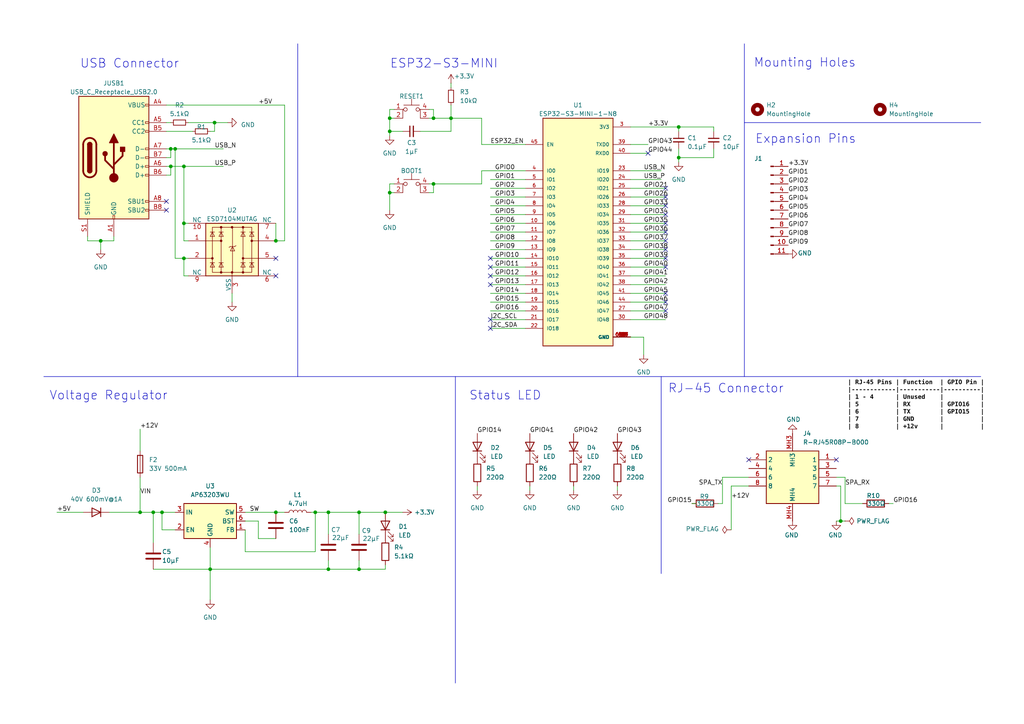
<source format=kicad_sch>
(kicad_sch (version 20250114) (generator "eeschema") (generator_version "9.0")
  (paper "A4")
  (lib_symbols
    (symbol "Connector:Conn_01x11_Pin" (pin_names (offset 1.016) (hide yes))
      (property "Reference" "J" (at 0 15.24 0))
      (property "Value" "Conn_01x11_Pin" (at 0 -15.24 0))
      (symbol "Conn_01x11_Pin_1_1"
        (pin passive line (at 5.08 12.7 180) (length 3.81) (name "Pin_1") (number "1"))
        (pin passive line (at 5.08 10.16 180) (length 3.81) (name "Pin_2") (number "2"))
        (pin passive line (at 5.08 7.62 180) (length 3.81) (name "Pin_3") (number "3"))
        (pin passive line (at 5.08 5.08 180) (length 3.81) (name "Pin_4") (number "4"))
        (pin passive line (at 5.08 2.54 180) (length 3.81) (name "Pin_5") (number "5"))
        (pin passive line (at 5.08 0 180) (length 3.81) (name "Pin_6") (number "6"))
        (pin passive line (at 5.08 -2.54 180) (length 3.81) (name "Pin_7") (number "7"))
        (pin passive line (at 5.08 -5.08 180) (length 3.81) (name "Pin_8") (number "8"))
        (pin passive line (at 5.08 -7.62 180) (length 3.81) (name "Pin_9") (number "9"))
        (pin passive line (at 5.08 -10.16 180) (length 3.81) (name "Pin_10") (number "10"))
        (pin passive line (at 5.08 -12.7 180) (length 3.81) (name "Pin_11") (number "11"))
      )
    )
    (symbol "Connector:USB_C_Receptacle_USB2.0" (pin_names (offset 1.016))
      (property "Reference" "J" (at -10.16 19.05 0))
      (property "Value" "USB_C_Receptacle_USB2.0" (at 19.05 19.05 0))
      (symbol "USB_C_Receptacle_USB2.0_1_1"
        (pin passive line (at -7.62 -22.86 90) (length 5.08) (name "SHIELD") (number "S1"))
        (pin passive line (at 0 -22.86 90) (length 5.08) (name "GND") (number "A1"))
        (pin passive line (at 0 -22.86 90) (length 5.08) (hide yes) (name "GND") (number "A12"))
        (pin passive line (at 0 -22.86 90) (length 5.08) (hide yes) (name "GND") (number "B1"))
        (pin passive line (at 0 -22.86 90) (length 5.08) (hide yes) (name "GND") (number "B12"))
        (pin passive line (at 15.24 15.24 180) (length 5.08) (name "VBUS") (number "A4"))
        (pin passive line (at 15.24 15.24 180) (length 5.08) (hide yes) (name "VBUS") (number "A9"))
        (pin passive line (at 15.24 15.24 180) (length 5.08) (hide yes) (name "VBUS") (number "B4"))
        (pin passive line (at 15.24 15.24 180) (length 5.08) (hide yes) (name "VBUS") (number "B9"))
        (pin bidirectional line (at 15.24 10.16 180) (length 5.08) (name "CC1") (number "A5"))
        (pin bidirectional line (at 15.24 7.62 180) (length 5.08) (name "CC2") (number "B5"))
        (pin bidirectional line (at 15.24 2.54 180) (length 5.08) (name "D-") (number "A7"))
        (pin bidirectional line (at 15.24 0 180) (length 5.08) (name "D-") (number "B7"))
        (pin bidirectional line (at 15.24 -2.54 180) (length 5.08) (name "D+") (number "A6"))
        (pin bidirectional line (at 15.24 -5.08 180) (length 5.08) (name "D+") (number "B6"))
        (pin bidirectional line (at 15.24 -12.7 180) (length 5.08) (name "SBU1") (number "A8"))
        (pin bidirectional line (at 15.24 -15.24 180) (length 5.08) (name "SBU2") (number "B8"))
      )
    )
    (symbol "Device:C" (pin_numbers (hide yes)) (pin_names (offset 0.254))
      (property "Reference" "C" (at 0.635 2.54 0))
      (property "Value" "C" (at 0.635 -2.54 0))
      (symbol "C_1_1"
        (pin passive line (at 0 3.81 270) (length 2.794) (name "~") (number "1"))
        (pin passive line (at 0 -3.81 90) (length 2.794) (name "~") (number "2"))
      )
    )
    (symbol "Device:C_Small" (pin_numbers (hide yes)) (pin_names (offset 0.254) (hide yes))
      (property "Reference" "C" (at 0.254 1.778 0))
      (property "Value" "C_Small" (at 0.254 -2.032 0))
      (symbol "C_Small_1_1"
        (pin passive line (at 0 2.54 270) (length 2.032) (name "~") (number "1"))
        (pin passive line (at 0 -2.54 90) (length 2.032) (name "~") (number "2"))
      )
    )
    (symbol "Device:D" (pin_numbers (hide yes)) (pin_names (offset 1.016) (hide yes))
      (property "Reference" "D" (at 0 2.54 0))
      (property "Value" "D" (at 0 -2.54 0))
      (symbol "D_1_1"
        (pin passive line (at -3.81 0 0) (length 2.54) (name "K") (number "1"))
        (pin passive line (at 3.81 0 180) (length 2.54) (name "A") (number "2"))
      )
    )
    (symbol "Device:Fuse" (pin_numbers (hide yes)) (pin_names (offset 0))
      (property "Reference" "F" (at 2.032 0 90))
      (property "Value" "Fuse" (at -1.905 0 90))
      (symbol "Fuse_1_1"
        (pin passive line (at 0 3.81 270) (length 1.27) (name "~") (number "1"))
        (pin passive line (at 0 -3.81 90) (length 1.27) (name "~") (number "2"))
      )
    )
    (symbol "Device:L" (pin_numbers (hide yes)) (pin_names (offset 1.016) (hide yes))
      (property "Reference" "L" (at -1.27 0 90))
      (property "Value" "L" (at 1.905 0 90))
      (symbol "L_1_1"
        (pin passive line (at 0 3.81 270) (length 1.27) (name "1") (number "1"))
        (pin passive line (at 0 -3.81 90) (length 1.27) (name "2") (number "2"))
      )
    )
    (symbol "Device:LED" (pin_numbers (hide yes)) (pin_names (offset 1.016) (hide yes))
      (property "Reference" "D" (at 0 2.54 0))
      (property "Value" "LED" (at 0 -2.54 0))
      (symbol "LED_1_1"
        (pin passive line (at -3.81 0 0) (length 2.54) (name "K") (number "1"))
        (pin passive line (at 3.81 0 180) (length 2.54) (name "A") (number "2"))
      )
    )
    (symbol "Device:R" (pin_numbers (hide yes)) (pin_names (offset 0))
      (property "Reference" "R" (at 2.032 0 90))
      (property "Value" "R" (at 0 0 90))
      (symbol "R_1_1"
        (pin passive line (at 0 3.81 270) (length 1.27) (name "~") (number "1"))
        (pin passive line (at 0 -3.81 90) (length 1.27) (name "~") (number "2"))
      )
    )
    (symbol "Device:R_Small" (pin_numbers (hide yes)) (pin_names (offset 0.254) (hide yes))
      (property "Reference" "R" (at 0.762 0.508 0))
      (property "Value" "R_Small" (at 0.762 -1.016 0))
      (symbol "R_Small_1_1"
        (pin passive line (at 0 2.54 270) (length 0.762) (name "~") (number "1"))
        (pin passive line (at 0 -2.54 90) (length 0.762) (name "~") (number "2"))
      )
    )
    (symbol "ESP32-S3-MINI-1-N8:ESP32-S3-MINI-1-N8" (pin_names (offset 1.016))
      (property "Reference" "U" (at -10.16 34.29 0))
      (property "Value" "ESP32-S3-MINI-1-N8" (at -10.16 -35.56 0))
      (symbol "ESP32-S3-MINI-1-N8_0_0"
        (pin input line (at -15.24 25.4 0) (length 5.08) (name "EN") (number "45"))
        (pin bidirectional line (at -15.24 17.78 0) (length 5.08) (name "IO0") (number "4"))
        (pin bidirectional line (at -15.24 15.24 0) (length 5.08) (name "IO1") (number "5"))
        (pin bidirectional line (at -15.24 12.7 0) (length 5.08) (name "IO2") (number "6"))
        (pin bidirectional line (at -15.24 10.16 0) (length 5.08) (name "IO3") (number "7"))
        (pin bidirectional line (at -15.24 7.62 0) (length 5.08) (name "IO4") (number "8"))
        (pin bidirectional line (at -15.24 5.08 0) (length 5.08) (name "IO5") (number "9"))
        (pin bidirectional line (at -15.24 2.54 0) (length 5.08) (name "IO6") (number "10"))
        (pin bidirectional line (at -15.24 0 0) (length 5.08) (name "IO7") (number "11"))
        (pin bidirectional line (at -15.24 -2.54 0) (length 5.08) (name "IO8") (number "12"))
        (pin bidirectional line (at -15.24 -5.08 0) (length 5.08) (name "IO9") (number "13"))
        (pin bidirectional line (at -15.24 -7.62 0) (length 5.08) (name "IO10") (number "14"))
        (pin bidirectional line (at -15.24 -10.16 0) (length 5.08) (name "IO11") (number "15"))
        (pin bidirectional line (at -15.24 -12.7 0) (length 5.08) (name "IO12") (number "16"))
        (pin bidirectional line (at -15.24 -15.24 0) (length 5.08) (name "IO13") (number "17"))
        (pin bidirectional line (at -15.24 -17.78 0) (length 5.08) (name "IO14") (number "18"))
        (pin bidirectional line (at -15.24 -20.32 0) (length 5.08) (name "IO15") (number "19"))
        (pin bidirectional line (at -15.24 -22.86 0) (length 5.08) (name "IO16") (number "20"))
        (pin bidirectional line (at -15.24 -25.4 0) (length 5.08) (name "IO17") (number "21"))
        (pin bidirectional line (at -15.24 -27.94 0) (length 5.08) (name "IO18") (number "22"))
        (pin power_in line (at 15.24 30.48 180) (length 5.08) (name "3V3") (number "3"))
        (pin bidirectional line (at 15.24 25.4 180) (length 5.08) (name "TXD0") (number "39"))
        (pin bidirectional line (at 15.24 22.86 180) (length 5.08) (name "RXD0") (number "40"))
        (pin bidirectional line (at 15.24 17.78 180) (length 5.08) (name "IO19") (number "23"))
        (pin bidirectional line (at 15.24 15.24 180) (length 5.08) (name "IO20") (number "24"))
        (pin bidirectional line (at 15.24 12.7 180) (length 5.08) (name "IO21") (number "25"))
        (pin bidirectional line (at 15.24 10.16 180) (length 5.08) (name "IO26") (number "26"))
        (pin bidirectional line (at 15.24 7.62 180) (length 5.08) (name "IO33") (number "28"))
        (pin bidirectional line (at 15.24 5.08 180) (length 5.08) (name "IO34") (number "29"))
        (pin bidirectional line (at 15.24 2.54 180) (length 5.08) (name "IO35") (number "31"))
        (pin bidirectional line (at 15.24 0 180) (length 5.08) (name "IO36") (number "32"))
        (pin bidirectional line (at 15.24 -2.54 180) (length 5.08) (name "IO37") (number "33"))
        (pin bidirectional line (at 15.24 -5.08 180) (length 5.08) (name "IO38") (number "34"))
        (pin bidirectional line (at 15.24 -7.62 180) (length 5.08) (name "IO39") (number "35"))
        (pin bidirectional line (at 15.24 -10.16 180) (length 5.08) (name "IO40") (number "36"))
        (pin bidirectional line (at 15.24 -12.7 180) (length 5.08) (name "IO41") (number "37"))
        (pin bidirectional line (at 15.24 -15.24 180) (length 5.08) (name "IO42") (number "38"))
        (pin bidirectional line (at 15.24 -17.78 180) (length 5.08) (name "IO45") (number "41"))
        (pin bidirectional line (at 15.24 -20.32 180) (length 5.08) (name "IO46") (number "44"))
        (pin bidirectional line (at 15.24 -22.86 180) (length 5.08) (name "IO47") (number "27"))
        (pin bidirectional line (at 15.24 -25.4 180) (length 5.08) (name "IO48") (number "30"))
        (pin power_in line (at 15.24 -30.48 180) (length 5.08) (name "GND") (number "1"))
        (pin power_in line (at 15.24 -30.48 180) (length 5.08) (name "GND") (number "2"))
        (pin power_in line (at 15.24 -30.48 180) (length 5.08) (name "GND") (number "42"))
        (pin power_in line (at 15.24 -30.48 180) (length 5.08) (name "GND") (number "43"))
        (pin power_in line (at 15.24 -30.48 180) (length 5.08) (name "GND") (number "46"))
        (pin power_in line (at 15.24 -30.48 180) (length 5.08) (name "GND") (number "47"))
        (pin power_in line (at 15.24 -30.48 180) (length 5.08) (name "GND") (number "48"))
        (pin power_in line (at 15.24 -30.48 180) (length 5.08) (name "GND") (number "49"))
        (pin power_in line (at 15.24 -30.48 180) (length 5.08) (name "GND") (number "50"))
        (pin power_in line (at 15.24 -30.48 180) (length 5.08) (name "GND") (number "51"))
        (pin power_in line (at 15.24 -30.48 180) (length 5.08) (name "GND") (number "52"))
        (pin power_in line (at 15.24 -30.48 180) (length 5.08) (name "GND") (number "53"))
        (pin power_in line (at 15.24 -30.48 180) (length 5.08) (name "GND") (number "54"))
        (pin power_in line (at 15.24 -30.48 180) (length 5.08) (name "GND") (number "55"))
        (pin power_in line (at 15.24 -30.48 180) (length 5.08) (name "GND") (number "56"))
        (pin power_in line (at 15.24 -30.48 180) (length 5.08) (name "GND") (number "57"))
        (pin power_in line (at 15.24 -30.48 180) (length 5.08) (name "GND") (number "58"))
        (pin power_in line (at 15.24 -30.48 180) (length 5.08) (name "GND") (number "59"))
        (pin power_in line (at 15.24 -30.48 180) (length 5.08) (name "GND") (number "60"))
        (pin power_in line (at 15.24 -30.48 180) (length 5.08) (name "GND") (number "61"))
        (pin power_in line (at 15.24 -30.48 180) (length 5.08) (name "GND") (number "61_1"))
        (pin power_in line (at 15.24 -30.48 180) (length 5.08) (name "GND") (number "61_2"))
        (pin power_in line (at 15.24 -30.48 180) (length 5.08) (name "GND") (number "61_3"))
        (pin power_in line (at 15.24 -30.48 180) (length 5.08) (name "GND") (number "61_4"))
        (pin power_in line (at 15.24 -30.48 180) (length 5.08) (name "GND") (number "61_5"))
        (pin power_in line (at 15.24 -30.48 180) (length 5.08) (name "GND") (number "61_6"))
        (pin power_in line (at 15.24 -30.48 180) (length 5.08) (name "GND") (number "61_7"))
        (pin power_in line (at 15.24 -30.48 180) (length 5.08) (name "GND") (number "61_8"))
        (pin power_in line (at 15.24 -30.48 180) (length 5.08) (name "GND") (number "62"))
        (pin power_in line (at 15.24 -30.48 180) (length 5.08) (name "GND") (number "63"))
        (pin power_in line (at 15.24 -30.48 180) (length 5.08) (name "GND") (number "64"))
        (pin power_in line (at 15.24 -30.48 180) (length 5.08) (name "GND") (number "65"))
      )
    )
    (symbol "GND_1" (power) (pin_numbers (hide yes)) (pin_names (offset 0) (hide yes))
      (property "Value" "GND" (at 0 -3.81 0))
      (symbol "GND_1_1_1"
        (pin power_in line (at 0 0 270) (length 0) (name "~") (number "1"))
      )
    )
    (symbol "Mechanical:MountingHole" (pin_names (offset 1.016)) (exclude_from_sim yes) (in_bom no)
      (property "Reference" "H" (at 0 5.08 0))
      (property "Value" "MountingHole" (at 0 3.175 0))
    )
    (symbol "Power_Protection:D3V3XA4B10LP" (pin_names (offset 0))
      (property "Reference" "U" (at -0.635 8.89 0))
      (property "Value" "D3V3XA4B10LP" (at 8.89 -10.16 0))
      (symbol "D3V3XA4B10LP_1_1"
        (pin free line (at -12.7 7.62 0) (length 5.08) (name "NC") (number "10"))
        (pin passive line (at -12.7 2.54 0) (length 5.08) (name "~") (number "1"))
        (pin passive line (at -12.7 -2.54 0) (length 5.08) (name "~") (number "2"))
        (pin free line (at -12.7 -7.62 0) (length 5.08) (name "NC") (number "9"))
        (pin power_in line (at 0 -12.7 90) (length 5.08) (name "VSS") (number "3"))
        (pin passive line (at 0 -12.7 90) (length 5.08) (hide yes) (name "VSS") (number "8"))
        (pin free line (at 12.7 7.62 180) (length 5.08) (name "NC") (number "7"))
        (pin passive line (at 12.7 2.54 180) (length 5.08) (name "~") (number "4"))
        (pin passive line (at 12.7 -2.54 180) (length 5.08) (name "~") (number "5"))
        (pin free line (at 12.7 -7.62 180) (length 5.08) (name "NC") (number "6"))
      )
    )
    (symbol "R-RJ45R08P-B000:R-RJ45R08P-B000"
      (property "Reference" "J" (at 21.59 12.7 0))
      (property "Value" "R-RJ45R08P-B000" (at 21.59 10.16 0))
      (symbol "R-RJ45R08P-B000_1_1"
        (pin passive line (at 0 0 0) (length 5.08) (name "MH3") (number "MH3"))
        (pin passive line (at 7.62 12.7 270) (length 5.08) (name "1") (number "1"))
        (pin passive line (at 7.62 -12.7 90) (length 5.08) (name "2") (number "2"))
        (pin passive line (at 10.16 12.7 270) (length 5.08) (name "3") (number "3"))
        (pin passive line (at 10.16 -12.7 90) (length 5.08) (name "4") (number "4"))
        (pin passive line (at 12.7 12.7 270) (length 5.08) (name "5") (number "5"))
        (pin passive line (at 12.7 -12.7 90) (length 5.08) (name "6") (number "6"))
        (pin passive line (at 15.24 12.7 270) (length 5.08) (name "7") (number "7"))
        (pin passive line (at 15.24 -12.7 90) (length 5.08) (name "8") (number "8"))
        (pin passive line (at 25.4 0 180) (length 5.08) (name "MH4") (number "MH4"))
      )
    )
    (symbol "Regulator_Switching:AP63203WU"
      (property "Reference" "U" (at -7.62 6.35 0))
      (property "Value" "AP63203WU" (at 2.54 6.35 0))
      (symbol "AP63203WU_1_1"
        (pin power_in line (at -10.16 2.54 0) (length 2.54) (name "IN") (number "3"))
        (pin input line (at -10.16 -2.54 0) (length 2.54) (name "EN") (number "2"))
        (pin power_in line (at 0 -7.62 90) (length 2.54) (name "GND") (number "4"))
        (pin output line (at 10.16 2.54 180) (length 2.54) (name "SW") (number "5"))
        (pin passive line (at 10.16 0 180) (length 2.54) (name "BST") (number "6"))
        (pin input line (at 10.16 -2.54 180) (length 2.54) (name "FB") (number "1"))
      )
    )
    (symbol "Switch:SW_MEC_5E" (pin_names (offset 1.016) (hide yes))
      (property "Reference" "SW" (at 0.635 5.715 0))
      (property "Value" "SW_MEC_5E" (at 0 -3.175 0))
      (symbol "SW_MEC_5E_0_1"
        (pin passive line (at -5.08 2.54 0) (length 2.54) (name "1") (number "1"))
        (pin passive line (at -5.08 0 0) (length 2.54) (name "2") (number "2"))
        (pin passive line (at 5.08 2.54 180) (length 2.54) (name "A") (number "4"))
        (pin passive line (at 5.08 0 180) (length 2.54) (name "K") (number "3"))
      )
    )
    (symbol "power:+3.3V" (power) (pin_numbers (hide yes)) (pin_names (offset 0) (hide yes))
      (property "Value" "+3.3V" (at 0 3.556 0))
      (symbol "+3.3V_1_1"
        (pin power_in line (at 0 0 90) (length 0) (name "~") (number "1"))
      )
    )
    (symbol "power:GND" (power) (pin_names (offset 0))
      (property "Value" "GND" (at 0 -3.81 0))
      (symbol "GND_1_1"
        (pin power_in line (at 0 0 270) (length 0) (hide yes) (name "GND") (number "1"))
      )
    )
    (symbol "power:PWR_FLAG" (power) (pin_numbers (hide yes)) (pin_names (offset 0) (hide yes))
      (property "Value" "PWR_FLAG" (at 0 3.81 0))
      (symbol "PWR_FLAG_0_0"
        (pin power_out line (at 0 0 90) (length 0) (name "~") (number "1"))
      )
    )
  )
  (text "ESP32-S3-MINI" (exclude_from_sim yes) (at 128.778 18.542 0) (effects (font (size 2.54 2.54))))
  (text "USB Connector" (exclude_from_sim yes) (at 37.592 18.542 0) (effects (font (size 2.54 2.54))))
  (text "RJ-45 Connector" (exclude_from_sim yes) (at 210.566 112.776 0) (effects (font (size 2.54 2.54))))
  (text "Status LED" (exclude_from_sim yes) (at 146.558 114.808 0) (effects (font (size 2.54 2.54))))
  (text "Expansion Pins" (exclude_from_sim yes) (at 233.68 40.386 0) (effects (font (size 2.54 2.54))))
  (text "Voltage Regulator" (exclude_from_sim yes) (at 31.496 114.808 0) (effects (font (size 2.54 2.54))))
  (text "Mounting Holes" (exclude_from_sim yes) (at 233.426 18.288 0) (effects (font (size 2.54 2.54))))
  (text "| RJ-45 Pins | Function  | GPIO Pin |\n|------------|-----------|----------|\n| 1 - 4      | Unused    |          |\n| 5          | RX        | GPIO16   |\n| 6          | TX        | GPIO15   |\n| 7          | GND       |          |\n| 8          | +12v      |          |" (exclude_from_sim yes) (at 265.684 117.856 0) (effects (font (size 1.27 1.27) (thickness 0.254) (bold yes))))
  (junction (at 196.85 36.83))
  (junction (at 95.25 148.59))
  (junction (at 104.14 148.59))
  (junction (at 125.73 34.29))
  (junction (at 91.44 148.59))
  (junction (at 46.99 148.59))
  (junction (at 113.03 34.29))
  (junction (at 50.8 43.18))
  (junction (at 49.53 43.18))
  (junction (at 49.53 48.26))
  (junction (at 196.85 45.72))
  (junction (at 40.64 148.59))
  (junction (at 113.03 38.1))
  (junction (at 113.03 55.88))
  (junction (at 130.81 34.29))
  (junction (at 60.96 165.1))
  (junction (at 80.01 69.85))
  (junction (at 125.73 53.34))
  (junction (at 44.45 148.59))
  (junction (at 53.34 64.77))
  (junction (at 80.01 148.59))
  (junction (at 95.25 165.1))
  (junction (at 53.34 74.93))
  (junction (at 104.14 165.1))
  (junction (at 243.84 151.13))
  (junction (at 53.34 48.26))
  (junction (at 111.76 148.59))
  (junction (at 62.23 35.56))
  (junction (at 29.21 69.85))
  (no_connect (at 193.04 85.09))
  (no_connect (at 193.04 59.69))
  (no_connect (at 80.01 74.93))
  (no_connect (at 193.04 57.15))
  (no_connect (at 193.04 62.23))
  (no_connect (at 142.24 95.25))
  (no_connect (at 193.04 74.93))
  (no_connect (at 193.04 90.17))
  (no_connect (at 193.04 69.85))
  (no_connect (at 193.04 77.47))
  (no_connect (at 193.04 87.63))
  (no_connect (at 193.04 67.31))
  (no_connect (at 142.24 74.93))
  (no_connect (at 242.57 133.35))
  (no_connect (at 217.17 133.35))
  (no_connect (at 193.04 54.61))
  (no_connect (at 187.96 44.45))
  (no_connect (at 48.26 58.42))
  (no_connect (at 142.24 92.71))
  (no_connect (at 142.24 82.55))
  (no_connect (at 80.01 80.01))
  (no_connect (at 48.26 60.96))
  (no_connect (at 142.24 77.47))
  (no_connect (at 193.04 64.77))
  (no_connect (at 193.04 72.39))
  (no_connect (at 142.24 80.01))
  (wire (pts (xy 142.24 59.69) (xy 152.4 59.69)))
  (wire (pts (xy 60.96 173.99) (xy 60.96 165.1)))
  (wire (pts (xy 54.61 35.56) (xy 62.23 35.56)))
  (wire (pts (xy 182.88 80.01) (xy 193.04 80.01)))
  (wire (pts (xy 74.93 156.21) (xy 74.93 151.13)))
  (wire (pts (xy 182.88 92.71) (xy 193.04 92.71)))
  (wire (pts (xy 80.01 69.85) (xy 82.55 69.85)))
  (wire (pts (xy 113.03 38.1) (xy 113.03 39.37)))
  (wire (pts (xy 207.01 43.18) (xy 207.01 45.72)))
  (wire (pts (xy 31.75 148.59) (xy 40.64 148.59)))
  (wire (pts (xy 142.24 74.93) (xy 152.4 74.93)))
  (wire (pts (xy 182.88 72.39) (xy 193.04 72.39)))
  (wire (pts (xy 60.96 165.1) (xy 60.96 158.75)))
  (wire (pts (xy 114.3 31.75) (xy 113.03 31.75)))
  (wire (pts (xy 259.08 146.05) (xy 257.81 146.05)))
  (wire (pts (xy 138.43 140.97) (xy 138.43 142.24)))
  (wire (pts (xy 91.44 148.59) (xy 91.44 160.02)))
  (wire (pts (xy 113.03 34.29) (xy 113.03 31.75)))
  (wire (pts (xy 182.88 36.83) (xy 196.85 36.83)))
  (wire (pts (xy 82.55 148.59) (xy 80.01 148.59)))
  (wire (pts (xy 71.12 153.67) (xy 71.12 160.02)))
  (wire (pts (xy 114.3 53.34) (xy 113.03 53.34)))
  (wire (pts (xy 91.44 148.59) (xy 90.17 148.59)))
  (wire (pts (xy 53.34 48.26) (xy 53.34 64.77)))
  (wire (pts (xy 182.88 85.09) (xy 193.04 85.09)))
  (wire (pts (xy 95.25 162.56) (xy 95.25 165.1)))
  (wire (pts (xy 182.88 54.61) (xy 193.04 54.61)))
  (wire (pts (xy 53.34 64.77) (xy 54.61 64.77)))
  (wire (pts (xy 182.88 87.63) (xy 193.04 87.63)))
  (wire (pts (xy 125.73 53.34) (xy 139.7 53.34)))
  (wire (pts (xy 209.55 146.05) (xy 209.55 138.43)))
  (wire (pts (xy 142.24 85.09) (xy 152.4 85.09)))
  (wire (pts (xy 196.85 43.18) (xy 196.85 45.72)))
  (wire (pts (xy 49.53 45.72) (xy 49.53 43.18)))
  (wire (pts (xy 142.24 52.07) (xy 152.4 52.07)))
  (wire (pts (xy 104.14 148.59) (xy 111.76 148.59)))
  (wire (pts (xy 48.26 30.48) (xy 82.55 30.48)))
  (wire (pts (xy 16.51 148.59) (xy 24.13 148.59)))
  (wire (pts (xy 124.46 55.88) (xy 125.73 55.88)))
  (wire (pts (xy 25.4 69.85) (xy 29.21 69.85)))
  (wire (pts (xy 29.21 72.39) (xy 29.21 69.85)))
  (wire (pts (xy 142.24 62.23) (xy 152.4 62.23)))
  (wire (pts (xy 125.73 31.75) (xy 125.73 34.29)))
  (wire (pts (xy 53.34 74.93) (xy 50.8 74.93)))
  (wire (pts (xy 182.88 57.15) (xy 193.04 57.15)))
  (wire (pts (xy 182.88 49.53) (xy 191.77 49.53)))
  (wire (pts (xy 113.03 55.88) (xy 113.03 60.96)))
  (wire (pts (xy 208.28 146.05) (xy 209.55 146.05)))
  (wire (pts (xy 139.7 34.29) (xy 130.81 34.29)))
  (wire (pts (xy 49.53 48.26) (xy 53.34 48.26)))
  (wire (pts (xy 187.96 44.45) (xy 182.88 44.45)))
  (wire (pts (xy 40.64 148.59) (xy 44.45 148.59)))
  (wire (pts (xy 54.61 80.01) (xy 53.34 80.01)))
  (wire (pts (xy 44.45 165.1) (xy 60.96 165.1)))
  (wire (pts (xy 179.07 140.97) (xy 179.07 142.24)))
  (wire (pts (xy 125.73 55.88) (xy 125.73 53.34)))
  (wire (pts (xy 111.76 148.59) (xy 116.84 148.59)))
  (wire (pts (xy 187.96 41.91) (xy 182.88 41.91)))
  (wire (pts (xy 80.01 148.59) (xy 71.12 148.59)))
  (wire (pts (xy 50.8 153.67) (xy 46.99 153.67)))
  (wire (pts (xy 245.11 146.05) (xy 250.19 146.05)))
  (wire (pts (xy 104.14 162.56) (xy 104.14 165.1)))
  (wire (pts (xy 48.26 50.8) (xy 49.53 50.8)))
  (wire (pts (xy 104.14 148.59) (xy 95.25 148.59)))
  (wire (pts (xy 196.85 36.83) (xy 207.01 36.83)))
  (wire (pts (xy 44.45 148.59) (xy 44.45 157.48)))
  (wire (pts (xy 113.03 38.1) (xy 116.84 38.1)))
  (wire (pts (xy 212.09 140.97) (xy 217.17 140.97)))
  (wire (pts (xy 46.99 148.59) (xy 50.8 148.59)))
  (wire (pts (xy 243.84 151.13) (xy 245.11 151.13)))
  (polyline (pts (xy 191.77 109.22) (xy 191.77 166.37)))
  (wire (pts (xy 124.46 53.34) (xy 125.73 53.34)))
  (wire (pts (xy 48.26 45.72) (xy 49.53 45.72)))
  (wire (pts (xy 182.88 59.69) (xy 193.04 59.69)))
  (wire (pts (xy 130.81 30.48) (xy 130.81 34.29)))
  (wire (pts (xy 53.34 64.77) (xy 53.34 69.85)))
  (wire (pts (xy 50.8 43.18) (xy 64.77 43.18)))
  (wire (pts (xy 142.24 72.39) (xy 152.4 72.39)))
  (wire (pts (xy 49.53 43.18) (xy 50.8 43.18)))
  (polyline (pts (xy 12.7 109.22) (xy 284.48 109.22)))
  (wire (pts (xy 62.23 38.1) (xy 62.23 35.56)))
  (wire (pts (xy 40.64 138.43) (xy 40.64 148.59)))
  (wire (pts (xy 142.24 54.61) (xy 152.4 54.61)))
  (wire (pts (xy 50.8 74.93) (xy 50.8 43.18)))
  (wire (pts (xy 207.01 38.1) (xy 207.01 36.83)))
  (wire (pts (xy 113.03 38.1) (xy 113.03 34.29)))
  (wire (pts (xy 125.73 34.29) (xy 130.81 34.29)))
  (wire (pts (xy 124.46 34.29) (xy 125.73 34.29)))
  (wire (pts (xy 48.26 35.56) (xy 49.53 35.56)))
  (wire (pts (xy 113.03 53.34) (xy 113.03 55.88)))
  (wire (pts (xy 139.7 49.53) (xy 152.4 49.53)))
  (wire (pts (xy 142.24 92.71) (xy 152.4 92.71)))
  (wire (pts (xy 54.61 74.93) (xy 53.34 74.93)))
  (wire (pts (xy 196.85 45.72) (xy 196.85 46.99)))
  (wire (pts (xy 182.88 62.23) (xy 193.04 62.23)))
  (wire (pts (xy 142.24 80.01) (xy 152.4 80.01)))
  (wire (pts (xy 53.34 48.26) (xy 64.77 48.26)))
  (polyline (pts (xy 215.9 35.56) (xy 284.48 35.56)))
  (polyline (pts (xy 86.36 12.7) (xy 86.36 109.22)))
  (wire (pts (xy 130.81 34.29) (xy 130.81 38.1)))
  (wire (pts (xy 182.88 52.07) (xy 191.77 52.07)))
  (wire (pts (xy 104.14 148.59) (xy 104.14 154.94)))
  (wire (pts (xy 142.24 90.17) (xy 152.4 90.17)))
  (wire (pts (xy 139.7 41.91) (xy 152.4 41.91)))
  (wire (pts (xy 142.24 82.55) (xy 152.4 82.55)))
  (wire (pts (xy 182.88 77.47) (xy 193.04 77.47)))
  (wire (pts (xy 243.84 151.13) (xy 243.84 140.97)))
  (wire (pts (xy 104.14 165.1) (xy 111.76 165.1)))
  (wire (pts (xy 186.69 97.79) (xy 186.69 102.87)))
  (wire (pts (xy 95.25 148.59) (xy 95.25 154.94)))
  (wire (pts (xy 53.34 80.01) (xy 53.34 74.93)))
  (wire (pts (xy 46.99 153.67) (xy 46.99 148.59)))
  (wire (pts (xy 200.66 146.05) (xy 201.93 146.05)))
  (wire (pts (xy 243.84 151.13) (xy 242.57 151.13)))
  (wire (pts (xy 80.01 64.77) (xy 80.01 69.85)))
  (wire (pts (xy 245.11 146.05) (xy 245.11 138.43)))
  (wire (pts (xy 62.23 35.56) (xy 66.04 35.56)))
  (wire (pts (xy 212.09 140.97) (xy 212.09 153.67)))
  (wire (pts (xy 82.55 69.85) (xy 82.55 30.48)))
  (polyline (pts (xy 132.08 109.22) (xy 132.08 198.12)))
  (wire (pts (xy 139.7 49.53) (xy 139.7 53.34)))
  (wire (pts (xy 166.37 140.97) (xy 166.37 142.24)))
  (wire (pts (xy 182.88 67.31) (xy 193.04 67.31)))
  (wire (pts (xy 80.01 156.21) (xy 74.93 156.21)))
  (wire (pts (xy 182.88 90.17) (xy 193.04 90.17)))
  (wire (pts (xy 142.24 95.25) (xy 152.4 95.25)))
  (wire (pts (xy 182.88 64.77) (xy 193.04 64.77)))
  (wire (pts (xy 245.11 138.43) (xy 242.57 138.43)))
  (wire (pts (xy 182.88 69.85) (xy 193.04 69.85)))
  (wire (pts (xy 95.25 148.59) (xy 91.44 148.59)))
  (wire (pts (xy 196.85 38.1) (xy 196.85 36.83)))
  (wire (pts (xy 48.26 48.26) (xy 49.53 48.26)))
  (wire (pts (xy 139.7 41.91) (xy 139.7 34.29)))
  (wire (pts (xy 182.88 82.55) (xy 193.04 82.55)))
  (wire (pts (xy 54.61 69.85) (xy 53.34 69.85)))
  (wire (pts (xy 130.81 25.4) (xy 130.81 24.13)))
  (wire (pts (xy 95.25 165.1) (xy 104.14 165.1)))
  (wire (pts (xy 209.55 138.43) (xy 217.17 138.43)))
  (wire (pts (xy 49.53 50.8) (xy 49.53 48.26)))
  (wire (pts (xy 25.4 68.58) (xy 25.4 69.85)))
  (wire (pts (xy 67.31 85.09) (xy 67.31 87.63)))
  (wire (pts (xy 48.26 38.1) (xy 55.88 38.1)))
  (wire (pts (xy 113.03 34.29) (xy 114.3 34.29)))
  (wire (pts (xy 207.01 45.72) (xy 196.85 45.72)))
  (wire (pts (xy 33.02 69.85) (xy 29.21 69.85)))
  (wire (pts (xy 142.24 67.31) (xy 152.4 67.31)))
  (wire (pts (xy 242.57 140.97) (xy 243.84 140.97)))
  (wire (pts (xy 142.24 57.15) (xy 152.4 57.15)))
  (wire (pts (xy 71.12 151.13) (xy 74.93 151.13)))
  (wire (pts (xy 142.24 64.77) (xy 152.4 64.77)))
  (wire (pts (xy 153.67 140.97) (xy 153.67 142.24)))
  (wire (pts (xy 142.24 69.85) (xy 152.4 69.85)))
  (wire (pts (xy 121.92 38.1) (xy 130.81 38.1)))
  (wire (pts (xy 142.24 77.47) (xy 152.4 77.47)))
  (wire (pts (xy 60.96 165.1) (xy 95.25 165.1)))
  (wire (pts (xy 71.12 160.02) (xy 91.44 160.02)))
  (wire (pts (xy 40.64 124.46) (xy 40.64 130.81)))
  (wire (pts (xy 48.26 43.18) (xy 49.53 43.18)))
  (wire (pts (xy 33.02 68.58) (xy 33.02 69.85)))
  (wire (pts (xy 60.96 38.1) (xy 62.23 38.1)))
  (wire (pts (xy 142.24 87.63) (xy 152.4 87.63)))
  (wire (pts (xy 111.76 163.83) (xy 111.76 165.1)))
  (polyline (pts (xy 215.9 12.7) (xy 215.9 109.22)))
  (wire (pts (xy 124.46 31.75) (xy 125.73 31.75)))
  (wire (pts (xy 114.3 55.88) (xy 113.03 55.88)))
  (wire (pts (xy 182.88 74.93) (xy 193.04 74.93)))
  (wire (pts (xy 182.88 97.79) (xy 186.69 97.79)))
  (wire (pts (xy 44.45 148.59) (xy 46.99 148.59)))
  (label "GPIO42" (at 166.37 125.73 0))
  (label "GPIO0" (at 143.51 49.53 0))
  (label "GPIO11" (at 143.51 77.47 0))
  (label "GPIO47" (at 186.69 90.17 0))
  (label "GPIO6" (at 143.51 64.77 0))
  (label "GPIO5" (at 228.6 60.96 0))
  (label "GPIO2" (at 228.6 53.34 0))
  (label "USB_P" (at 186.69 52.07 0))
  (label "GPIO14" (at 143.51 85.09 0))
  (label "+3.3V" (at 187.96 36.83 0))
  (label "GPIO4" (at 228.6 58.42 0))
  (label "GPIO3" (at 143.51 57.15 0))
  (label "USB_P" (at 62.23 48.26 0))
  (label "+12V" (at 212.09 144.78 0))
  (label "GPIO15" (at 143.51 87.63 0))
  (label "GPIO21" (at 186.69 54.61 0))
  (label "GPIO9" (at 143.51 72.39 0))
  (label "GPIO41" (at 186.69 80.01 0))
  (label "GPIO4" (at 143.51 59.69 0))
  (label "GPIO41" (at 153.67 125.73 0))
  (label "GPIO12" (at 143.51 80.01 0))
  (label "GPIO33" (at 186.69 59.69 0))
  (label "+12V" (at 40.64 124.46 0))
  (label "+3.3V" (at 228.6 48.26 0))
  (label "GPIO2" (at 143.51 54.61 0))
  (label "GPIO13" (at 143.51 82.55 0))
  (label "GPIO37" (at 186.69 69.85 0))
  (label "GPIO7" (at 143.51 67.31 0))
  (label "+5V" (at 74.93 30.48 0))
  (label "GPIO34" (at 186.69 62.23 0))
  (label "GPIO45" (at 186.69 85.09 0))
  (label "GPIO35" (at 186.69 64.77 0))
  (label "GPIO15" (at 200.66 146.05 180))
  (label "GPIO46" (at 186.69 87.63 0))
  (label "I2C_SDA" (at 142.24 95.25 0))
  (label "GPIO48" (at 186.69 92.71 0))
  (label "GPIO44" (at 187.96 44.45 0))
  (label "GPIO42" (at 186.69 82.55 0))
  (label "GPIO9" (at 228.6 71.12 0))
  (label "GPIO36" (at 186.69 67.31 0))
  (label "GPIO10" (at 143.51 74.93 0))
  (label "VIN" (at 40.64 143.51 0))
  (label "GPIO39" (at 186.69 74.93 0))
  (label "GPIO7" (at 228.6 66.04 0))
  (label "GPIO16" (at 259.08 146.05 0))
  (label "GPIO1" (at 143.51 52.07 0))
  (label "ESP32_EN" (at 142.24 41.91 0))
  (label "GPIO14" (at 138.43 125.73 0))
  (label "GPIO8" (at 228.6 68.58 0))
  (label "GPIO40" (at 186.69 77.47 0))
  (label "GPIO38" (at 186.69 72.39 0))
  (label "SPA_RX" (at 245.11 140.97 0))
  (label "SW" (at 72.39 148.59 0))
  (label "SPA_TX" (at 209.55 140.97 180))
  (label "GPIO5" (at 143.51 62.23 0))
  (label "GPIO26" (at 186.69 57.15 0))
  (label "+5V" (at 16.51 148.59 0))
  (label "USB_N" (at 186.69 49.53 0))
  (label "I2C_SCL" (at 142.24 92.71 0))
  (label "GPIO16" (at 143.51 90.17 0))
  (label "GPIO3" (at 228.6 55.88 0))
  (label "GPIO43" (at 187.96 41.91 0))
  (label "USB_N" (at 62.23 43.18 0))
  (label "GPIO8" (at 143.51 69.85 0))
  (label "GPIO43" (at 179.07 125.73 0))
  (label "GPIO1" (at 228.6 50.8 0))
  (label "GPIO6" (at 228.6 63.5 0))
  (symbol (lib_id "power:GND") (at 229.87 151.13 0) (unit 1)
    (property "Reference" "#PWR013" (effects (hide yes)))
    (property "Value" "GND" (at 231.648 155.194 0) (effects (justify right)))
    (property "Description" "Power symbol creates a global label with name \"GND\" , ground" (effects (hide yes)))
  )
  (symbol (lib_id "Connector:Conn_01x11_Pin") (at 223.52 60.96 0) (unit 1)
    (property "Reference" "J1" (at 219.964 45.974 0))
    (property "Value" "Conn_01x11_Pin" (effects (hide yes)))
    (property "Footprint" "Connector_PinHeader_2.54mm:PinHeader_1x11_P2.54mm_Vertical" (effects (hide yes)))
    (property "Datasheet" "https://jlcpcb.com/partdetail/chxunda-XDZ254_1_11_Z_2_5G1/C18905852" (effects (hide yes)))
    (property "Description" "Generic connector, single row, 01x11, script generated" (effects (hide yes)))
    (property "JLC Part#" "C18905852" (effects (hide yes)))
  )
  (symbol (lib_id "Device:LED") (at 138.43 129.54 90) (unit 1)
    (property "Reference" "D2" (at 142.24 129.8574 90) (effects (justify right)))
    (property "Value" "LED" (at 142.24 132.3974 90) (effects (justify right)))
    (property "Footprint" "LED_SMD:LED_0603_1608Metric" (effects (hide yes)))
    (property "Datasheet" "https://jlcpcb.com/partdetail/Hubei_KentoElec-KT0603R/C2286" (effects (hide yes)))
    (property "Description" "Light emitting diode" (effects (hide yes)))
    (property "JLC Part#" "C2286" (effects (hide yes)))
  )
  (symbol (lib_id "Device:Fuse") (at 40.64 134.62 0) (unit 1)
    (property "Reference" "F2" (at 43.18 133.3499 0) (effects (justify left)))
    (property "Value" "33V 500mA" (at 43.18 135.8899 0) (effects (justify left)))
    (property "Footprint" "PCM_Fuse_AKL:Fuse_1206_3216Metric" (effects (hide yes)))
    (property "Datasheet" "https://jlcpcb.com/partdetail/Lute-1206L05033NR/C19193043" (effects (hide yes)))
    (property "Description" "Fuse" (effects (hide yes)))
    (property "JLC Part#" "C19193043" (effects (hide yes)))
  )
  (symbol (lib_id "Device:R") (at 179.07 137.16 0) (unit 1)
    (property "Reference" "R8" (at 181.61 135.8899 0) (effects (justify left)))
    (property "Value" "220Ω" (at 181.61 138.4299 0) (effects (justify left)))
    (property "Footprint" "Resistor_SMD:R_0402_1005Metric" (effects (hide yes)))
    (property "Datasheet" "https://jlcpcb.com/partdetail/C25091" (effects (hide yes)))
    (property "Description" "Resistor" (effects (hide yes)))
    (property "JLC Part#" "C22962" (effects (hide yes)))
  )
  (symbol (lib_id "power:GND") (at 186.69 102.87 0) (unit 1)
    (property "Reference" "#PWR06" (effects (hide yes)))
    (property "Value" "GND" (at 186.69 107.95 0))
  )
  (symbol (lib_id "R-RJ45R08P-B000:R-RJ45R08P-B000") (at 229.87 125.73 270) (unit 1)
    (property "Reference" "J4" (at 232.8865 125.73 90) (effects (justify left)))
    (property "Value" "R-RJ45R08P-B000" (at 232.8865 128.27 90) (effects (justify left)))
    (property "Footprint" "RRJ45R08PB000" (effects (hide yes)))
    (property "Datasheet" "https://datasheet.lcsc.com/lcsc/1912111437_Ckmtw-Shenzhen-Cankemeng-R-RJ45R08P-B000_C386756.pdf" (effects (hide yes)))
    (property "Description" "Ethernet Connectors/Modular Connectors (RJ45 RJ11) Through Hole RoHS" (effects (hide yes)))
    (property "Height" "13.4" (effects (hide yes)))
    (property "Manufacturer_Name" "Ckmtw(Shenzhen Cankemeng)" (effects (hide yes)))
    (property "Manufacturer_Part_Number" "R-RJ45R08P-B000" (effects (hide yes)))
    (property "JLC Part" "https://jlcpcb.com/partdetail/360863-R_RJ45R08PB000/C386756" (effects (hide yes)))
    (property "JLC Part#" "C386756" (effects (hide yes)))
  )
  (symbol (lib_id "power:GND") (at 228.6 73.66 90) (unit 1)
    (property "Reference" "#PWR09" (effects (hide yes)))
    (property "Value" "GND" (at 231.394 73.406 90) (effects (justify right)))
  )
  (symbol (lib_id "Device:R_Small") (at 58.42 38.1 90) (unit 1)
    (property "Reference" "R1" (at 58.42 36.83 90))
    (property "Value" "5.1kΩ" (at 58.42 40.64 90))
    (property "Footprint" "Resistor_SMD:R_0402_1005Metric" (effects (hide yes)))
    (property "Datasheet" "https://jlcpcb.com/partdetail/C25905" (effects (hide yes)))
    (property "JLC Part#" "C25905" (effects (hide yes)))
  )
  (symbol (lib_id "Device:C") (at 104.14 158.75 0) (unit 1)
    (property "Reference" "C9" (at 104.902 153.924 0) (effects (justify left)))
    (property "Value" "22μF" (at 105.156 156.21 0) (effects (justify left)))
    (property "Footprint" "Capacitor_SMD:C_0603_1608Metric" (effects (hide yes)))
    (property "Datasheet" "https://jlcpcb.com/partdetail/60514-CL10A226MQ8NRNC/C59461" (effects (hide yes)))
    (property "Description" "Unpolarized capacitor" (effects (hide yes)))
    (property "JLC Part#" "C59461" (effects (hide yes)))
  )
  (symbol (lib_id "power:GND") (at 166.37 142.24 0) (unit 1)
    (property "Reference" "#PWR012" (effects (hide yes)))
    (property "Value" "GND" (at 166.37 147.32 0))
  )
  (symbol (lib_id "Device:R_Small") (at 52.07 35.56 90) (unit 1)
    (property "Reference" "R2" (at 52.07 30.48 90))
    (property "Value" "5.1kΩ" (at 52.07 33.02 90))
    (property "Footprint" "Resistor_SMD:R_0402_1005Metric" (effects (hide yes)))
    (property "Datasheet" "https://jlcpcb.com/partdetail/26648-0402WGF5101TCE/C25905" (effects (hide yes)))
    (property "JLC Part#" "C25905" (effects (hide yes)))
  )
  (symbol (lib_id "Power_Protection:D3V3XA4B10LP") (at 67.31 72.39 0) (unit 1)
    (property "Reference" "U2" (at 67.31 60.96 0))
    (property "Value" "ESD7104MUTAG" (at 67.31 63.5 0))
    (property "Footprint" "Package_DFN_QFN:Diodes_UDFN-10_1.0x2.5mm_P0.5mm" (effects (hide yes)))
    (property "Datasheet" "https://jlcpcb.com/partdetail/C2987068" (effects (hide yes)))
    (property "JLC Part#" "C2987068" (effects (hide yes)))
  )
  (symbol (lib_id "Device:D") (at 27.94 148.59 180) (unit 1)
    (property "Reference" "D3" (at 27.94 142.24 0))
    (property "Value" "40V 600mV@1A" (at 27.94 144.78 0))
    (property "Footprint" "Diode_SMD:D_SOD-323" (effects (hide yes)))
    (property "Datasheet" "https://jlcpcb.com/partdetail/GuangdongHottech-1N5819WS/C191023" (effects (hide yes)))
    (property "Description" "Diode" (effects (hide yes)))
    (property "JLC Part#" "C191023" (effects (hide yes)))
  )
  (symbol (lib_id "power:GND") (at 242.57 151.13 0) (unit 1)
    (property "Reference" "#PWR015" (effects (hide yes)))
    (property "Value" "GND" (at 244.348 155.194 0) (effects (justify right)))
    (property "Description" "Power symbol creates a global label with name \"GND\" , ground" (effects (hide yes)))
  )
  (symbol (lib_id "Switch:SW_MEC_5E") (at 119.38 55.88 0) (unit 1)
    (property "Reference" "BOOT1" (at 119.38 49.53 0))
    (property "Value" "BOOT" (effects (hide yes)))
    (property "Footprint" "Button_Switch_SMD:SW_SPST_PTS810" (effects (hide yes)))
    (property "Datasheet" "https://jlcpcb.com/partdetail/Alpsalpine-SKRPACE010/C139797" (effects (hide yes)))
    (property "JLC Part#" "C139797" (effects (hide yes)))
  )
  (symbol (lib_id "Device:R_Small") (at 130.81 27.94 180) (unit 1)
    (property "Reference" "R3" (at 133.35 26.6699 0) (effects (justify right)))
    (property "Value" "10kΩ" (at 133.35 29.2099 0) (effects (justify right)))
    (property "Footprint" "Resistor_SMD:R_0402_1005Metric" (effects (hide yes)))
    (property "Datasheet" "https://jlcpcb.com/partdetail/C25744" (effects (hide yes)))
    (property "JLC Part#" "C25744" (effects (hide yes)))
  )
  (symbol (lib_id "power:GND") (at 113.03 60.96 0) (unit 1)
    (property "Reference" "#PWR020" (effects (hide yes)))
    (property "Value" "GND" (at 113.03 66.04 0))
  )
  (symbol (lib_id "power:GND") (at 67.31 87.63 0) (unit 1)
    (property "Reference" "#PWR03" (effects (hide yes)))
    (property "Value" "GND" (at 67.31 92.71 0))
  )
  (symbol (lib_id "Device:C_Small") (at 119.38 38.1 90) (unit 1)
    (property "Reference" "C3" (at 119.38 41.402 90))
    (property "Value" "1μF" (at 119.38 43.942 90))
    (property "Footprint" "Capacitor_SMD:C_0402_1005Metric" (effects (hide yes)))
    (property "Datasheet" "https://jlcpcb.com/partdetail/C52923" (effects (hide yes)))
    (property "JLC Part#" "C52923" (effects (hide yes)))
  )
  (symbol (lib_id "Mechanical:MountingHole") (at 255.27 31.75 0) (unit 1) (exclude_from_sim yes) (in_bom no)
    (property "Reference" "H4" (at 257.81 30.4799 0) (effects (justify left)))
    (property "Value" "MountingHole" (at 257.81 33.0199 0) (effects (justify left)))
    (property "Footprint" "MountingHole:MountingHole_2.2mm_M2" (effects (hide yes)))
    (property "Description" "Mounting Hole without connection" (effects (hide yes)))
  )
  (symbol (lib_id "Device:R") (at 138.43 137.16 0) (unit 1)
    (property "Reference" "R5" (at 140.97 135.8899 0) (effects (justify left)))
    (property "Value" "220Ω" (at 140.97 138.4299 0) (effects (justify left)))
    (property "Footprint" "Resistor_SMD:R_0402_1005Metric" (effects (hide yes)))
    (property "Datasheet" "https://jlcpcb.com/partdetail/C25091" (effects (hide yes)))
    (property "Description" "Resistor" (effects (hide yes)))
    (property "JLC Part#" "C22962" (effects (hide yes)))
  )
  (symbol (lib_id "Switch:SW_MEC_5E") (at 119.38 34.29 0) (unit 1)
    (property "Reference" "RESET1" (at 119.38 27.94 0))
    (property "Value" "RESET" (effects (hide yes)))
    (property "Footprint" "Button_Switch_SMD:SW_SPST_PTS810" (effects (hide yes)))
    (property "Datasheet" "https://jlcpcb.com/partdetail/Alpsalpine-SKRPACE010/C139797" (effects (hide yes)))
    (property "JLC Part#" "C139797" (effects (hide yes)))
  )
  (symbol (lib_id "power:PWR_FLAG") (at 245.11 151.13 270) (unit 1)
    (property "Reference" "#FLG02" (effects (hide yes)))
    (property "Value" "PWR_FLAG" (at 253.238 151.13 90))
    (property "Description" "Special symbol for telling ERC where power comes from" (effects (hide yes)))
  )
  (symbol (lib_id "Device:R") (at 204.47 146.05 270) (unit 1)
    (property "Reference" "R9" (at 202.946 144.018 90) (effects (justify left)))
    (property "Value" "330Ω" (at 201.93 146.05 90) (effects (justify left)))
    (property "Footprint" "Resistor_SMD:R_0402_1005Metric" (effects (hide yes)))
    (property "Datasheet" "https://jlcpcb.com/partdetail/C25104" (effects (hide yes)))
    (property "Description" "Resistor" (effects (hide yes)))
    (property "JLC Part#" "C25104" (effects (hide yes)))
  )
  (symbol (lib_id "power:GND") (at 66.04 35.56 90) (unit 1)
    (property "Reference" "#PWR01" (effects (hide yes)))
    (property "Value" "GND" (at 69.85 36.195 90) (effects (justify right)))
  )
  (symbol (lib_id "Device:R") (at 254 146.05 90) (unit 1)
    (property "Reference" "R10" (at 255.27 143.764 90) (effects (justify left)))
    (property "Value" "330Ω" (at 256.794 146.05 90) (effects (justify left)))
    (property "Footprint" "Resistor_SMD:R_0402_1005Metric" (effects (hide yes)))
    (property "Datasheet" "https://jlcpcb.com/partdetail/C25104" (effects (hide yes)))
    (property "Description" "Resistor" (effects (hide yes)))
    (property "JLC Part#" "C25104" (effects (hide yes)))
  )
  (symbol (lib_id "power:+3.3V") (at 116.84 148.59 270) (unit 1)
    (property "Reference" "#PWR017" (effects (hide yes)))
    (property "Value" "+3.3V" (at 120.142 148.59 90) (effects (justify left)))
    (property "Description" "Power symbol creates a global label with name \"+3.3V\"" (effects (hide yes)))
  )
  (symbol (lib_id "Device:R") (at 153.67 137.16 0) (unit 1)
    (property "Reference" "R6" (at 156.21 135.8899 0) (effects (justify left)))
    (property "Value" "220Ω" (at 156.21 138.4299 0) (effects (justify left)))
    (property "Footprint" "Resistor_SMD:R_0402_1005Metric" (effects (hide yes)))
    (property "Datasheet" "https://jlcpcb.com/partdetail/C25091" (effects (hide yes)))
    (property "Description" "Resistor" (effects (hide yes)))
    (property "JLC Part#" "C22962" (effects (hide yes)))
  )
  (symbol (lib_id "Device:C_Small") (at 207.01 40.64 0) (unit 1)
    (property "Reference" "C2" (at 209.55 40.0113 0) (effects (justify left)))
    (property "Value" "10μF" (at 209.55 42.5513 0) (effects (justify left)))
    (property "Footprint" "Capacitor_SMD:C_0603_1608Metric" (effects (hide yes)))
    (property "Datasheet" "https://jlcpcb.com/partdetail/C96446" (effects (hide yes)))
    (property "JLC Part#" "C96446" (effects (hide yes)))
  )
  (symbol (lib_id "power:GND") (at 29.21 72.39 0) (unit 1)
    (property "Reference" "#PWR02" (effects (hide yes)))
    (property "Value" "GND" (at 29.21 77.47 0))
  )
  (symbol (lib_id "Mechanical:MountingHole") (at 219.71 31.75 0) (unit 1) (exclude_from_sim yes) (in_bom no)
    (property "Reference" "H2" (at 222.25 30.4799 0) (effects (justify left)))
    (property "Value" "MountingHole" (at 222.25 33.0199 0) (effects (justify left)))
    (property "Footprint" "MountingHole:MountingHole_2.2mm_M2" (effects (hide yes)))
    (property "Description" "Mounting Hole without connection" (effects (hide yes)))
  )
  (symbol (lib_id "Device:R") (at 111.76 160.02 0) (unit 1)
    (property "Reference" "R4" (at 114.3 158.7499 0) (effects (justify left)))
    (property "Value" "5.1kΩ" (at 114.3 161.2899 0) (effects (justify left)))
    (property "Footprint" "Resistor_SMD:R_0402_1005Metric" (effects (hide yes)))
    (property "Datasheet" "https://jlcpcb.com/partdetail/C25905" (effects (hide yes)))
    (property "Description" "Resistor" (effects (hide yes)))
    (property "JLC Part#" "C25905" (effects (hide yes)))
  )
  (symbol (lib_id "Device:LED") (at 111.76 152.4 90) (unit 1)
    (property "Reference" "D1" (at 115.57 152.7174 90) (effects (justify right)))
    (property "Value" "LED" (at 115.57 155.2574 90) (effects (justify right)))
    (property "Footprint" "LED_SMD:LED_0603_1608Metric" (effects (hide yes)))
    (property "Datasheet" "https://jlcpcb.com/partdetail/Hubei_KentoElec-KT0603R/C2286" (effects (hide yes)))
    (property "Description" "Light emitting diode" (effects (hide yes)))
    (property "JLC Part#" "C2286" (effects (hide yes)))
  )
  (symbol (lib_id "power:GND") (at 196.85 46.99 0) (unit 1)
    (property "Reference" "#PWR04" (effects (hide yes)))
    (property "Value" "GND" (at 196.85 52.07 0))
  )
  (symbol (lib_id "Device:LED") (at 166.37 129.54 90) (unit 1)
    (property "Reference" "D4" (at 170.18 129.8574 90) (effects (justify right)))
    (property "Value" "LED" (at 170.18 132.3974 90) (effects (justify right)))
    (property "Footprint" "LED_SMD:LED_0603_1608Metric" (effects (hide yes)))
    (property "Datasheet" "https://jlcpcb.com/partdetail/Hubei_KentoElec-KT0603R/C2286" (effects (hide yes)))
    (property "Description" "Light emitting diode" (effects (hide yes)))
    (property "JLC Part#" "C2286" (effects (hide yes)))
  )
  (symbol (lib_id "Device:L") (at 86.36 148.59 90) (unit 1)
    (property "Reference" "L1" (at 86.36 143.51 90))
    (property "Value" "4.7uH" (at 86.36 146.05 90))
    (property "Footprint" "Inductor_SMD:L_Changjiang_FNR5012S" (effects (hide yes)))
    (property "Datasheet" "https://www.lcsc.com/product-detail/Power-Inductors_cjiang-Changjiang-Microelectronics-Tech-FNR5012S4R7MT_C167909.html" (effects (hide yes)))
    (property "Description" "Inductor" (effects (hide yes)))
    (property "JLC Part#" "C167909" (effects (hide yes)))
    (property "JLC" "https://jlcpcb.com/partdetail/C167909" (effects (hide yes)))
  )
  (symbol (lib_id "Device:C_Small") (at 196.85 40.64 0) (unit 1)
    (property "Reference" "C1" (at 199.39 40.0113 0) (effects (justify left)))
    (property "Value" "0.1μF" (at 199.39 42.5513 0) (effects (justify left)))
    (property "Footprint" "Capacitor_SMD:C_0603_1608Metric" (effects (hide yes)))
    (property "Datasheet" "https://jlcpcb.com/partdetail/C14663" (effects (hide yes)))
    (property "JLC Part#" "C14663" (effects (hide yes)))
  )
  (symbol (lib_name "GND_1") (lib_id "power:GND") (at 60.96 173.99 0) (unit 1)
    (property "Reference" "#PWR016" (effects (hide yes)))
    (property "Value" "GND" (at 60.96 179.07 0))
    (property "Description" "Power symbol creates a global label with name \"GND\" , ground" (effects (hide yes)))
  )
  (symbol (lib_id "power:PWR_FLAG") (at 212.09 153.67 90) (unit 1)
    (property "Reference" "#FLG01" (effects (hide yes)))
    (property "Value" "PWR_FLAG" (at 203.708 153.416 90))
    (property "Description" "Special symbol for telling ERC where power comes from" (effects (hide yes)))
  )
  (symbol (lib_id "Regulator_Switching:AP63203WU") (at 60.96 151.13 0) (unit 1)
    (property "Reference" "U3" (at 60.96 140.97 0))
    (property "Value" "AP63203WU" (at 60.96 143.51 0))
    (property "Footprint" "Package_TO_SOT_SMD:TSOT-23-6" (effects (hide yes)))
    (property "Datasheet" "https://www.diodes.com/assets/Datasheets/AP63200-AP63201-AP63203-AP63205.pdf" (effects (hide yes)))
    (property "Description" "2A, 1.1MHz Buck DC/DC Converter, fixed 3.3V output voltage, TSOT-23-6" (effects (hide yes)))
    (property "JLC" "https://jlcpcb.com/partdetail/DiodesIncorporated-AP63203WU7/C780769" (effects (hide yes)))
    (property "JLC Part#" "C780769" (effects (hide yes)))
  )
  (symbol (lib_id "Device:C") (at 44.45 161.29 0) (unit 1)
    (property "Reference" "C5" (at 46.99 160.02 0) (effects (justify left)))
    (property "Value" "10μF" (at 46.99 162.56 0) (effects (justify left)))
    (property "Footprint" "Capacitor_SMD:C_0603_1608Metric" (effects (hide yes)))
    (property "Datasheet" "https://jlcpcb.com/partdetail/C96446" (effects (hide yes)))
    (property "Description" "Unpolarized capacitor" (effects (hide yes)))
    (property "JLC Part#" "C96446" (effects (hide yes)))
  )
  (symbol (lib_id "Device:C") (at 80.01 152.4 0) (unit 1)
    (property "Reference" "C6" (at 83.82 151.1299 0) (effects (justify left)))
    (property "Value" "100nF" (at 83.82 153.6699 0) (effects (justify left)))
    (property "Footprint" "Capacitor_SMD:C_0603_1608Metric" (effects (hide yes)))
    (property "Datasheet" "https://jlcpcb.com/partdetail/YAGEO-YAGEOCC0603KRX7R9BB104/C14663" (effects (hide yes)))
    (property "Description" "Unpolarized capacitor" (effects (hide yes)))
    (property "JLC Part#" "C14663" (effects (hide yes)))
  )
  (symbol (lib_id "Device:LED") (at 179.07 129.54 90) (unit 1)
    (property "Reference" "D6" (at 182.88 129.8574 90) (effects (justify right)))
    (property "Value" "LED" (at 182.88 132.3974 90) (effects (justify right)))
    (property "Footprint" "LED_SMD:LED_0603_1608Metric" (effects (hide yes)))
    (property "Datasheet" "https://jlcpcb.com/partdetail/Hubei_KentoElec-KT0603R/C2286" (effects (hide yes)))
    (property "Description" "Light emitting diode" (effects (hide yes)))
    (property "JLC Part#" "C2286" (effects (hide yes)))
  )
  (symbol (lib_id "power:GND") (at 138.43 142.24 0) (unit 1)
    (property "Reference" "#PWR07" (effects (hide yes)))
    (property "Value" "GND" (at 138.43 147.32 0))
  )
  (symbol (lib_id "power:GND") (at 153.67 142.24 0) (unit 1)
    (property "Reference" "#PWR010" (effects (hide yes)))
    (property "Value" "GND" (at 153.67 147.32 0))
  )
  (symbol (lib_id "power:GND") (at 229.87 125.73 180) (unit 1)
    (property "Reference" "#PWR014" (effects (hide yes)))
    (property "Value" "GND" (at 228.092 121.666 0) (effects (justify right)))
    (property "Description" "Power symbol creates a global label with name \"GND\" , ground" (effects (hide yes)))
  )
  (symbol (lib_id "ESP32-S3-MINI-1-N8:ESP32-S3-MINI-1-N8") (at 167.64 67.31 0) (unit 1)
    (property "Reference" "U1" (at 167.64 30.48 0))
    (property "Value" "ESP32-S3-MINI-1-N8" (at 167.64 33.02 0))
    (property "Footprint" "ESP32-S3-MINI-1-N8:XCVR_ESP32-S3-MINI-1-N8" (effects (hide yes)))
    (property "Datasheet" "https://jlcpcb.com/partdetail/EspressifSystems-ESP32_S3_MINI_1N8/C2913206" (effects (hide yes)))
    (property "Description" "Bluetooth, WiFi 802.11b/g/n, Bluetooth v5.0 Transceiver Module 2.4GHz PCB Trace Surface Mount" (effects (hide yes)))
    (property "MF" "Espressif Systems" (effects (hide yes)))
    (property "MAXIMUM_PACKAGE_HEIGHT" "2.55mm" (effects (hide yes)))
    (property "Package" "None" (effects (hide yes)))
    (property "MANUFACTURER" "Espressif" (effects (hide yes)))
    (property "JLC Part#" "C2913206" (effects (hide yes)))
  )
  (symbol (lib_id "Connector:USB_C_Receptacle_USB2.0") (at 33.02 45.72 0) (unit 1)
    (property "Reference" "JUSB1" (at 33.02 24.13 0))
    (property "Value" "USB_C_Receptacle_USB2.0" (at 33.02 26.67 0))
    (property "Footprint" "Connector_USB:USB_C_Receptacle_GCT_USB4105-xx-A_16P_TopMnt_Horizontal" (effects (hide yes)))
    (property "Datasheet" "https://jlcpcb.com/partdetail/Korean_HropartsElec-TYPE_C_31_M12/C165948" (effects (hide yes)))
    (property "JLC Part#" "C165948" (effects (hide yes)))
  )
  (symbol (lib_id "power:+3.3V") (at 130.81 24.13 0) (unit 1)
    (property "Reference" "#PWR019" (effects (hide yes)))
    (property "Value" "+3.3V" (at 134.62 22.098 0))
    (property "Description" "Power symbol creates a global label with name \"+3.3V\"" (effects (hide yes)))
  )
  (symbol (lib_id "Device:LED") (at 153.67 129.54 90) (unit 1)
    (property "Reference" "D5" (at 157.48 129.8574 90) (effects (justify right)))
    (property "Value" "LED" (at 157.48 132.3974 90) (effects (justify right)))
    (property "Footprint" "LED_SMD:LED_0603_1608Metric" (effects (hide yes)))
    (property "Datasheet" "https://jlcpcb.com/partdetail/Hubei_KentoElec-KT0603R/C2286" (effects (hide yes)))
    (property "Description" "Light emitting diode" (effects (hide yes)))
    (property "JLC Part#" "C2286" (effects (hide yes)))
  )
  (symbol (lib_id "power:GND") (at 113.03 39.37 0) (unit 1)
    (property "Reference" "#PWR05" (effects (hide yes)))
    (property "Value" "GND" (at 113.03 44.45 0))
  )
  (symbol (lib_id "Device:R") (at 166.37 137.16 0) (unit 1)
    (property "Reference" "R7" (at 168.91 135.8899 0) (effects (justify left)))
    (property "Value" "220Ω" (at 168.91 138.4299 0) (effects (justify left)))
    (property "Footprint" "Resistor_SMD:R_0402_1005Metric" (effects (hide yes)))
    (property "Datasheet" "https://jlcpcb.com/partdetail/C25091" (effects (hide yes)))
    (property "Description" "Resistor" (effects (hide yes)))
    (property "JLC Part#" "C22962" (effects (hide yes)))
  )
  (symbol (lib_id "Device:C") (at 95.25 158.75 0) (unit 1)
    (property "Reference" "C7" (at 96.012 153.67 0) (effects (justify left)))
    (property "Value" "22μF" (at 96.266 155.956 0) (effects (justify left)))
    (property "Footprint" "Capacitor_SMD:C_0603_1608Metric" (effects (hide yes)))
    (property "Datasheet" "https://jlcpcb.com/partdetail/60514-CL10A226MQ8NRNC/C59461" (effects (hide yes)))
    (property "Description" "Unpolarized capacitor" (effects (hide yes)))
    (property "JLC Part#" "C59461" (effects (hide yes)))
  )
  (symbol (lib_id "power:GND") (at 179.07 142.24 0) (unit 1)
    (property "Reference" "#PWR018" (effects (hide yes)))
    (property "Value" "GND" (at 179.07 147.32 0))
  )
)
</source>
